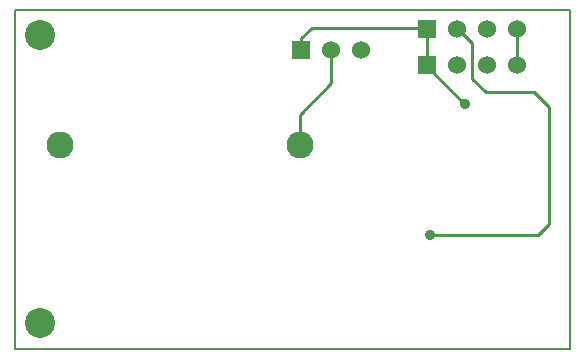
<source format=gbl>
G04 (created by PCBNEW (2013-07-07 BZR 4022)-stable) date 06/07/2014 18:00:34*
%MOIN*%
G04 Gerber Fmt 3.4, Leading zero omitted, Abs format*
%FSLAX34Y34*%
G01*
G70*
G90*
G04 APERTURE LIST*
%ADD10C,0.00393701*%
%ADD11C,0.00590551*%
%ADD12R,0.06X0.06*%
%ADD13C,0.06*%
%ADD14C,0.09*%
%ADD15C,0.1*%
%ADD16C,0.035*%
%ADD17C,0.01*%
G04 APERTURE END LIST*
G54D10*
G54D11*
X18050Y-14200D02*
X17850Y-14200D01*
X18050Y-25500D02*
X17850Y-25500D01*
X36350Y-14200D02*
X36350Y-25500D01*
X18050Y-14200D02*
X36350Y-14200D01*
X17850Y-25500D02*
X17850Y-14200D01*
X36350Y-25500D02*
X18050Y-25500D01*
G54D12*
X31600Y-14850D03*
G54D13*
X32600Y-14850D03*
X33600Y-14850D03*
X34600Y-14850D03*
G54D12*
X31600Y-16050D03*
G54D13*
X32600Y-16050D03*
X33600Y-16050D03*
X34600Y-16050D03*
G54D12*
X27400Y-15550D03*
G54D13*
X28400Y-15550D03*
X29400Y-15550D03*
G54D14*
X19350Y-18700D03*
X27350Y-18700D03*
G54D15*
X18700Y-15050D03*
X18700Y-24650D03*
G54D16*
X31700Y-21700D03*
X32850Y-17350D03*
G54D17*
X33100Y-15300D02*
X32600Y-14800D01*
X33100Y-16500D02*
X33100Y-15300D01*
X33550Y-16950D02*
X33100Y-16500D01*
X35150Y-16950D02*
X33550Y-16950D01*
X35650Y-17450D02*
X35150Y-16950D01*
X35650Y-21350D02*
X35650Y-17450D01*
X35300Y-21700D02*
X35650Y-21350D01*
X31700Y-21700D02*
X35300Y-21700D01*
X31600Y-16050D02*
X31600Y-16100D01*
X31600Y-16100D02*
X32850Y-17350D01*
X31600Y-14800D02*
X31600Y-16050D01*
X27400Y-15550D02*
X27400Y-15150D01*
X27750Y-14800D02*
X31600Y-14800D01*
X27400Y-15150D02*
X27750Y-14800D01*
X27350Y-18700D02*
X27350Y-17700D01*
X28400Y-16650D02*
X28400Y-15550D01*
X27350Y-17700D02*
X28400Y-16650D01*
X34600Y-14800D02*
X34600Y-16050D01*
M02*

</source>
